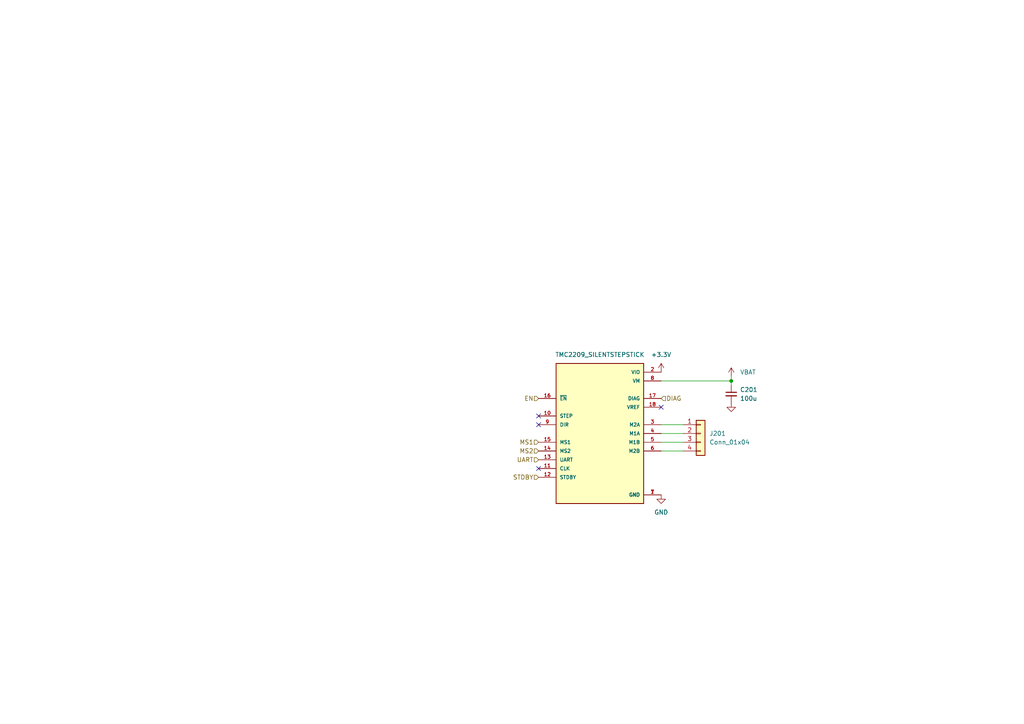
<source format=kicad_sch>
(kicad_sch (version 20250114) (generator "eeschema") (generator_version "9.0")
  (paper "A4")
  (lib_symbols
    (symbol "Connector_Generic:Conn_01x04" (pin_names (offset 1.016) (hide yes))
      (property "Reference" "J" (at 0 5.08 0))
      (property "Value" "Conn_01x04" (at 0 -7.62 0))
      (symbol "Conn_01x04_1_1"
        (rectangle (start -1.27 3.81) (end 1.27 -6.35) (stroke (width 0.254)) (fill (type background)))
        (rectangle (start -1.27 2.667) (end 0 2.413) (stroke (width 0.1524)))
        (rectangle (start -1.27 0.127) (end 0 -0.127) (stroke (width 0.1524)))
        (rectangle (start -1.27 -2.413) (end 0 -2.667) (stroke (width 0.1524)))
        (rectangle (start -1.27 -4.953) (end 0 -5.207) (stroke (width 0.1524)))
        (pin passive line (at -5.08 2.54 0) (length 3.81) (name "Pin_1") (number "1"))
        (pin passive line (at -5.08 0 0) (length 3.81) (name "Pin_2") (number "2"))
        (pin passive line (at -5.08 -2.54 0) (length 3.81) (name "Pin_3") (number "3"))
        (pin passive line (at -5.08 -5.08 0) (length 3.81) (name "Pin_4") (number "4"))
      )
    )
    (symbol "Device:C_Small" (pin_numbers (hide yes)) (pin_names (offset 0.254) (hide yes))
      (property "Reference" "C" (at 0.254 1.778 0))
      (property "Value" "C_Small" (at 0.254 -2.032 0))
      (symbol "C_Small_0_1"
        (polyline (pts (xy -1.524 0.508) (xy 1.524 0.508)) (stroke (width 0.3048)))
        (polyline (pts (xy -1.524 -0.508) (xy 1.524 -0.508)) (stroke (width 0.3302)))
      )
      (symbol "C_Small_1_1"
        (pin passive line (at 0 2.54 270) (length 2.032) (name "~") (number "1"))
        (pin passive line (at 0 -2.54 90) (length 2.032) (name "~") (number "2"))
      )
    )
    (symbol "TMC2209_SILENTSTEPSTICK:TMC2209_SILENTSTEPSTICK" (pin_names (offset 1.016))
      (property "Value" "TMC2226" (at 0 22.86 0))
      (symbol "TMC2209_SILENTSTEPSTICK_0_0"
        (rectangle (start -12.7 20.32) (end 12.7 -20.32) (stroke (width 0.254)) (fill (type background)))
        (pin input line (at -17.78 10.16 0) (length 5.08) (name "~{EN}") (number "16"))
        (pin input line (at -17.78 5.08 0) (length 5.08) (name "STEP") (number "10"))
        (pin input line (at -17.78 2.54 0) (length 5.08) (name "DIR") (number "9"))
        (pin input line (at -17.78 -2.54 0) (length 5.08) (name "MS1") (number "15"))
        (pin input line (at -17.78 -5.08 0) (length 5.08) (name "MS2") (number "14"))
        (pin power_in line (at 17.78 17.78 180) (length 5.08) (name "VIO") (number "2"))
        (pin power_in line (at 17.78 15.24 180) (length 5.08) (name "VM") (number "8"))
        (pin output line (at 17.78 0 180) (length 5.08) (name "M1A") (number "4"))
        (pin output line (at 17.78 -5.08 180) (length 5.08) (name "M2B") (number "6"))
        (pin power_in line (at 17.78 -17.78 180) (length 5.08) (name "GND") (number "1"))
        (pin power_in line (at 17.78 -17.78 180) (length 5.08) (name "GND") (number "7"))
      )
      (symbol "TMC2209_SILENTSTEPSTICK_1_0"
        (pin bidirectional line (at -17.78 -7.62 0) (length 5.08) (name "UART") (number "13"))
        (pin bidirectional line (at -17.78 -10.16 0) (length 5.08) (name "CLK") (number "11"))
        (pin bidirectional line (at -17.78 -12.7 0) (length 5.08) (name "STDBY") (number "12"))
        (pin output line (at 17.78 10.16 180) (length 5.08) (name "DIAG") (number "17"))
        (pin bidirectional line (at 17.78 7.62 180) (length 5.08) (name "VREF") (number "18"))
        (pin output line (at 17.78 2.54 180) (length 5.08) (name "M2A") (number "3"))
        (pin output line (at 17.78 -2.54 180) (length 5.08) (name "M1B") (number "5"))
      )
    )
    (symbol "power:+3.3V" (power) (pin_numbers (hide yes)) (pin_names (offset 0) (hide yes))
      (property "Value" "+3.3V" (at 0 3.556 0))
      (symbol "+3.3V_0_1"
        (polyline (pts (xy -0.762 1.27) (xy 0 2.54)))
        (polyline (pts (xy 0 2.54) (xy 0.762 1.27)))
        (polyline (pts (xy 0 0) (xy 0 2.54)))
      )
      (symbol "+3.3V_1_1"
        (pin power_in line (at 0 0 90) (length 0) (name "~") (number "1"))
      )
    )
    (symbol "power:GND" (power) (pin_numbers (hide yes)) (pin_names (offset 0) (hide yes))
      (property "Value" "GND" (at 0 -3.81 0))
      (symbol "GND_0_1"
        (polyline (pts (xy 0 0) (xy 0 -1.27) (xy 1.27 -1.27) (xy 0 -2.54) (xy -1.27 -1.27) (xy 0 -1.27)))
      )
      (symbol "GND_1_1"
        (pin power_in line (at 0 0 270) (length 0) (name "~") (number "1"))
      )
    )
    (symbol "power:VD" (power) (pin_numbers (hide yes)) (pin_names (offset 0) (hide yes))
      (property "Value" "VD" (at 0 3.556 0))
      (symbol "VD_0_1"
        (polyline (pts (xy -0.762 1.27) (xy 0 2.54)))
        (polyline (pts (xy 0 2.54) (xy 0.762 1.27)))
        (polyline (pts (xy 0 0) (xy 0 2.54)))
      )
      (symbol "VD_1_1"
        (pin power_in line (at 0 0 90) (length 0) (name "~") (number "1"))
      )
    )
  )
  (junction (at 212.09 110.49))
  (no_connect (at 156.21 135.89))
  (no_connect (at 156.21 120.65))
  (no_connect (at 156.21 123.19))
  (no_connect (at 191.77 118.11))
  (wire (pts (xy 191.77 125.73) (xy 198.12 125.73)))
  (wire (pts (xy 212.09 109.22) (xy 212.09 110.49)))
  (wire (pts (xy 212.09 110.49) (xy 212.09 111.76)))
  (wire (pts (xy 191.77 123.19) (xy 198.12 123.19)))
  (wire (pts (xy 191.77 130.81) (xy 198.12 130.81)))
  (wire (pts (xy 191.77 128.27) (xy 198.12 128.27)))
  (wire (pts (xy 191.77 110.49) (xy 212.09 110.49)))
  (hierarchical_label "STDBY" (shape input) (at 156.21 138.43 180))
  (hierarchical_label "MS2" (shape input) (at 156.21 130.81 180))
  (hierarchical_label "MS1" (shape input) (at 156.21 128.27 180))
  (hierarchical_label "EN" (shape input) (at 156.21 115.57 180))
  (hierarchical_label "UART" (shape input) (at 156.21 133.35 180))
  (hierarchical_label "DIAG" (shape input) (at 191.77 115.57 0))
  (symbol (lib_id "power:+3.3V") (at 191.77 107.95 0) (unit 1)
    (property "Reference" "#PWR0201" (effects (hide yes)))
    (property "Value" "+3.3V" (at 191.77 102.87 0))
    (property "Description" "Power symbol creates a global label with name \"+3.3V\"" (effects (hide yes)))
    (instances (project "MB" (path "" (reference "#PWR0201") (unit 1)) (path "" (reference "#PWR0601") (unit 1)) (path "" (reference "#PWR0401") (unit 1))))
  )
  (symbol (lib_id "power:VD") (at 212.09 109.22 0) (unit 1)
    (property "Reference" "#PWR0203" (effects (hide yes)))
    (property "Value" "VBAT" (at 214.63 107.9499 0) (effects (justify left)))
    (property "Description" "Power symbol creates a global label with name \"VD\"" (effects (hide yes)))
    (instances (project "MB" (path "" (reference "#PWR0203") (unit 1)) (path "" (reference "#PWR0603") (unit 1)) (path "" (reference "#PWR0403") (unit 1))))
  )
  (symbol (lib_id "Device:C_Small") (at 212.09 114.3 0) (unit 1)
    (property "Reference" "C201" (at 214.63 113.0362 0) (effects (justify left)))
    (property "Value" "100u" (at 214.63 115.5762 0) (effects (justify left)))
    (property "Footprint" "Capacitor_THT:CP_Radial_D5.0mm_P2.00mm" (effects (hide yes)))
    (property "Description" "Unpolarized capacitor, small symbol" (effects (hide yes)))
    (instances (project "MB" (path "" (reference "C201") (unit 1)) (path "" (reference "C601") (unit 1)) (path "" (reference "C401") (unit 1))))
  )
  (symbol (lib_id "power:GND") (at 191.77 143.51 0) (unit 1)
    (property "Reference" "#PWR0202" (effects (hide yes)))
    (property "Value" "GND" (at 191.77 148.59 0))
    (property "Description" "Power symbol creates a global label with name \"GND\" , ground" (effects (hide yes)))
    (instances (project "MB" (path "" (reference "#PWR0202") (unit 1)) (path "" (reference "#PWR0602") (unit 1)) (path "" (reference "#PWR0402") (unit 1))))
  )
  (symbol (lib_id "TMC2209_SILENTSTEPSTICK:TMC2209_SILENTSTEPSTICK") (at 173.99 125.73 0) (unit 1)
    (property "Reference" "U201" (effects (hide yes)))
    (property "Value" "TMC2209_SILENTSTEPSTICK" (at 173.99 102.87 0))
    (property "Footprint" "TMC2209_SILENTSTEPSTICK:MODULE_TMC2209_SILENTSTEPSTICK" (effects (hide yes)))
    (property "MF" "Trinamic Motion Control GmbH" (effects (hide yes)))
    (property "Description_1" "\n                        \n                            TMC2209 Motor Controller/Driver Power Management Evaluation Board\n                        \n" (effects (hide yes)))
    (property "Package" "None" (effects (hide yes)))
    (property "Price" "None" (effects (hide yes)))
    (property "Check_prices" "https://www.snapeda.com/parts/TMC2209%20SILENTSTEPSTICK/Trinamic/view-part/?ref=eda" (effects (hide yes)))
    (property "STANDARD" "Manufacturer Recommendations" (effects (hide yes)))
    (property "PARTREV" "1.20" (effects (hide yes)))
    (property "SnapEDA_Link" "https://www.snapeda.com/parts/TMC2209%20SILENTSTEPSTICK/Trinamic/view-part/?ref=snap" (effects (hide yes)))
    (property "MP" "TMC2209 SILENTSTEPSTICK" (effects (hide yes)))
    (property "MANUFACTURER" "Trinamic Motion Control GmbH" (effects (hide yes)))
    (property "Availability" "Not in stock" (effects (hide yes)))
    (property "SNAPEDA_PN" "TMC2209 SILENTSTEPSTICK" (effects (hide yes)))
    (instances (project "" (path "" (reference "U201") (unit 1)) (path "" (reference "U601") (unit 1)) (path "" (reference "U401") (unit 1))))
  )
  (symbol (lib_id "Connector_Generic:Conn_01x04") (at 203.2 125.73 0) (unit 1)
    (property "Reference" "J201" (at 205.74 125.7299 0) (effects (justify left)))
    (property "Value" "Conn_01x04" (at 205.74 128.2699 0) (effects (justify left)))
    (property "Footprint" "Connector_PinHeader_2.54mm:PinHeader_1x04_P2.54mm_Vertical" (effects (hide yes)))
    (property "Description" "Generic connector, single row, 01x04, script generated (kicad-library-utils/schlib/autogen/connector/)" (effects (hide yes)))
    (instances (project "MB" (path "" (reference "J201") (unit 1)) (path "" (reference "J601") (unit 1)) (path "" (reference "J401") (unit 1))))
  )
  (symbol (lib_id "power:GND") (at 212.09 116.84 0) (unit 1)
    (property "Reference" "#PWR0204" (effects (hide yes)))
    (property "Value" "GND" (effects (hide yes)))
    (property "Description" "Power symbol creates a global label with name \"GND\" , ground" (effects (hide yes)))
    (instances (project "MB" (path "" (reference "#PWR0204") (unit 1)) (path "" (reference "#PWR0604") (unit 1)) (path "" (reference "#PWR0404") (unit 1))))
  )
)
</source>
